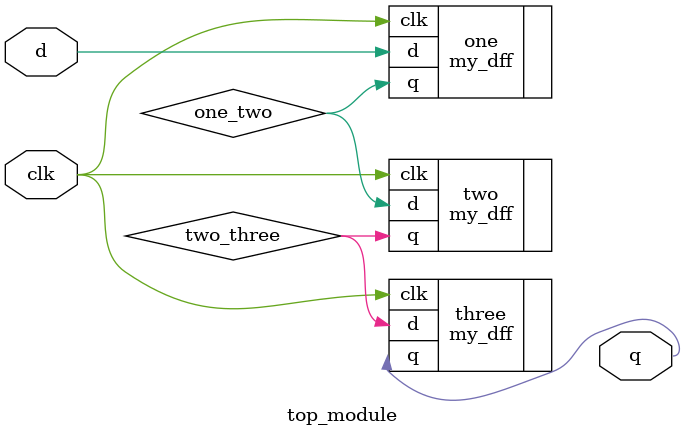
<source format=v>
module top_module ( input clk,
                    input d,
                    output q
                  );
    
    wire one_two;//wire declared between one and two ff
    wire two_three;//wire declared between two and three ff
    
    my_dff one (.clk(clk), .d(d), .q(one_two) );
    my_dff two(.clk(clk), .d(one_two), .q(two_three) );
    my_dff three(.clk(clk), .d(two_three), .q(q) );

endmodule

</source>
